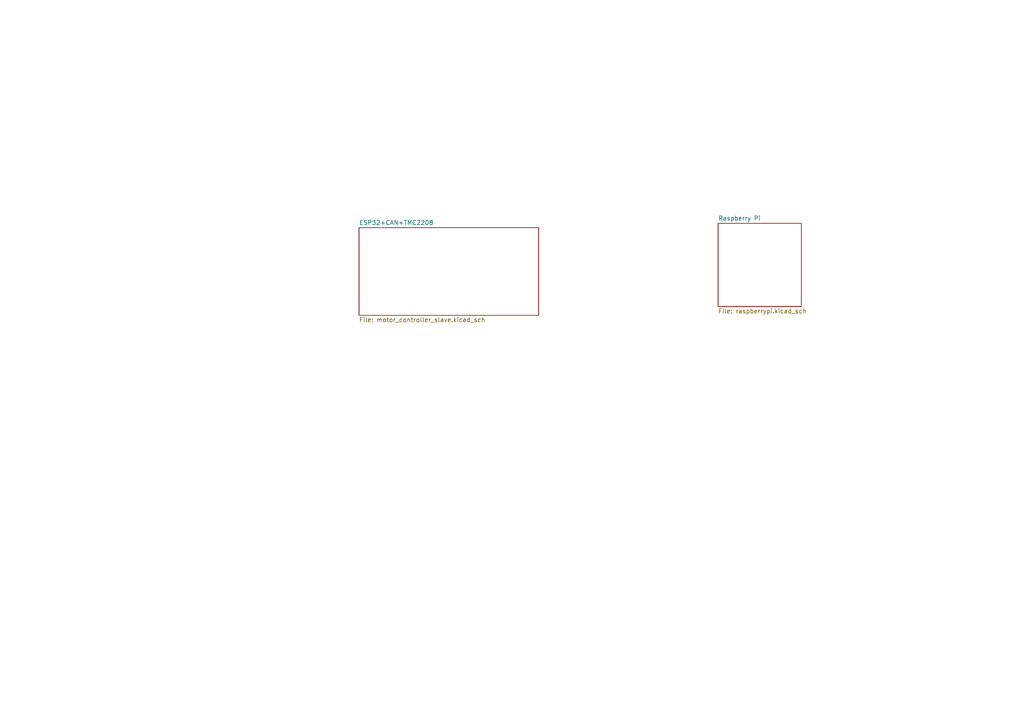
<source format=kicad_sch>
(kicad_sch
	(version 20250114)
	(generator "eeschema")
	(generator_version "9.0")
	(uuid "2e8acbdf-6454-43df-8e2e-60f419a2777f")
	(paper "A4")
	(lib_symbols)
	(sheet
		(at 104.14 66.04)
		(size 52.07 25.4)
		(exclude_from_sim no)
		(in_bom yes)
		(on_board yes)
		(dnp no)
		(fields_autoplaced yes)
		(stroke
			(width 0.1524)
			(type solid)
		)
		(fill
			(color 0 0 0 0.0000)
		)
		(uuid "ade9448f-4e1c-4399-af60-917becf155de")
		(property "Sheetname" "ESP32+CAN+TMC2208"
			(at 104.14 65.3284 0)
			(effects
				(font
					(size 1.27 1.27)
				)
				(justify left bottom)
			)
		)
		(property "Sheetfile" "motor_controller_slave.kicad_sch"
			(at 104.14 92.0246 0)
			(effects
				(font
					(size 1.27 1.27)
				)
				(justify left top)
			)
		)
		(instances
			(project "igen-shop-assistant"
				(path "/2e8acbdf-6454-43df-8e2e-60f419a2777f"
					(page "3")
				)
			)
		)
	)
	(sheet
		(at 208.28 64.77)
		(size 24.13 24.13)
		(exclude_from_sim no)
		(in_bom yes)
		(on_board yes)
		(dnp no)
		(fields_autoplaced yes)
		(stroke
			(width 0.1524)
			(type solid)
		)
		(fill
			(color 0 0 0 0.0000)
		)
		(uuid "fb8a79f5-7e01-4c8e-bff8-07315cf3eff4")
		(property "Sheetname" "Raspberry Pi"
			(at 208.28 64.0584 0)
			(effects
				(font
					(size 1.27 1.27)
				)
				(justify left bottom)
			)
		)
		(property "Sheetfile" "raspberrypi.kicad_sch"
			(at 208.28 89.4846 0)
			(effects
				(font
					(size 1.27 1.27)
				)
				(justify left top)
			)
		)
		(instances
			(project "igen-shop-assistant"
				(path "/2e8acbdf-6454-43df-8e2e-60f419a2777f"
					(page "4")
				)
			)
		)
	)
	(sheet_instances
		(path "/"
			(page "1")
		)
	)
	(embedded_fonts no)
)

</source>
